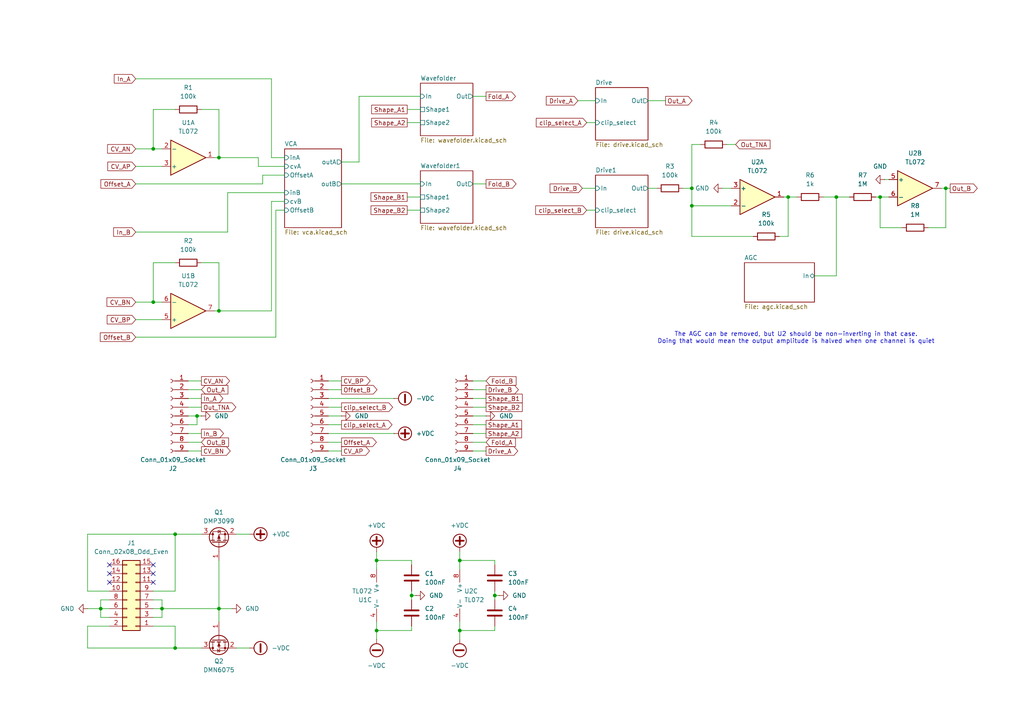
<source format=kicad_sch>
(kicad_sch (version 20250114) (generator "eeschema") (generator_version "9.0")
  (paper "A4")
  (title_block (title "ACID VCA CORE") (date "2025-05-18") (rev "1.1"))
  (lib_symbols
    (symbol "Amplifier_Operational:TL072" (pin_names (offset 0.127))
      (property "Reference" "U" (at 0 5.08 0))
      (property "Value" "TL072" (at 0 -5.08 0))
      (symbol "TL072_1_1"
        (polyline (pts (xy -5.08 5.08) (xy 5.08 0) (xy -5.08 -5.08) (xy -5.08 5.08)) (stroke (width 0.254)) (fill (type background)))
        (pin input line (at -7.62 2.54 0) (length 2.54) (name "+") (number "3"))
        (pin input line (at -7.62 -2.54 0) (length 2.54) (name "-") (number "2"))
        (pin output line (at 7.62 0 180) (length 2.54) (name "~") (number "1"))
      )
      (symbol "TL072_2_1"
        (polyline (pts (xy -5.08 5.08) (xy 5.08 0) (xy -5.08 -5.08) (xy -5.08 5.08)) (stroke (width 0.254)) (fill (type background)))
        (pin input line (at -7.62 2.54 0) (length 2.54) (name "+") (number "5"))
        (pin input line (at -7.62 -2.54 0) (length 2.54) (name "-") (number "6"))
        (pin output line (at 7.62 0 180) (length 2.54) (name "~") (number "7"))
      )
      (symbol "TL072_3_1"
        (pin power_in line (at -2.54 7.62 270) (length 3.81) (name "V+") (number "8"))
        (pin power_in line (at -2.54 -7.62 90) (length 3.81) (name "V-") (number "4"))
      )
    )
    (symbol "Connector:Conn_01x09_Socket" (pin_names (offset 1.016) (hide yes))
      (property "Reference" "J" (at 0 12.7 0))
      (property "Value" "Conn_01x09_Socket" (at 0 -12.7 0))
      (symbol "Conn_01x09_Socket_1_1"
        (polyline (pts (xy -1.27 10.16) (xy -0.508 10.16)) (stroke (width 0.1524)))
        (polyline (pts (xy -1.27 7.62) (xy -0.508 7.62)) (stroke (width 0.1524)))
        (polyline (pts (xy -1.27 5.08) (xy -0.508 5.08)) (stroke (width 0.1524)))
        (polyline (pts (xy -1.27 2.54) (xy -0.508 2.54)) (stroke (width 0.1524)))
        (polyline (pts (xy -1.27 0) (xy -0.508 0)) (stroke (width 0.1524)))
        (polyline (pts (xy -1.27 -2.54) (xy -0.508 -2.54)) (stroke (width 0.1524)))
        (polyline (pts (xy -1.27 -5.08) (xy -0.508 -5.08)) (stroke (width 0.1524)))
        (polyline (pts (xy -1.27 -7.62) (xy -0.508 -7.62)) (stroke (width 0.1524)))
        (polyline (pts (xy -1.27 -10.16) (xy -0.508 -10.16)) (stroke (width 0.1524)))
        (arc (start 0 9.652) (mid -0.5058 10.16) (end 0 10.668) (stroke (width 0.1524)))
        (arc (start 0 7.112) (mid -0.5058 7.62) (end 0 8.128) (stroke (width 0.1524)))
        (arc (start 0 4.572) (mid -0.5058 5.08) (end 0 5.588) (stroke (width 0.1524)))
        (arc (start 0 2.032) (mid -0.5058 2.54) (end 0 3.048) (stroke (width 0.1524)))
        (arc (start 0 -0.508) (mid -0.5058 0) (end 0 0.508) (stroke (width 0.1524)))
        (arc (start 0 -3.048) (mid -0.5058 -2.54) (end 0 -2.032) (stroke (width 0.1524)))
        (arc (start 0 -5.588) (mid -0.5058 -5.08) (end 0 -4.572) (stroke (width 0.1524)))
        (arc (start 0 -8.128) (mid -0.5058 -7.62) (end 0 -7.112) (stroke (width 0.1524)))
        (arc (start 0 -10.668) (mid -0.5058 -10.16) (end 0 -9.652) (stroke (width 0.1524)))
        (pin passive line (at -5.08 10.16 0) (length 3.81) (name "Pin_1") (number "1"))
        (pin passive line (at -5.08 7.62 0) (length 3.81) (name "Pin_2") (number "2"))
        (pin passive line (at -5.08 5.08 0) (length 3.81) (name "Pin_3") (number "3"))
        (pin passive line (at -5.08 2.54 0) (length 3.81) (name "Pin_4") (number "4"))
        (pin passive line (at -5.08 0 0) (length 3.81) (name "Pin_5") (number "5"))
        (pin passive line (at -5.08 -2.54 0) (length 3.81) (name "Pin_6") (number "6"))
        (pin passive line (at -5.08 -5.08 0) (length 3.81) (name "Pin_7") (number "7"))
        (pin passive line (at -5.08 -7.62 0) (length 3.81) (name "Pin_8") (number "8"))
        (pin passive line (at -5.08 -10.16 0) (length 3.81) (name "Pin_9") (number "9"))
      )
    )
    (symbol "Connector_Generic:Conn_02x08_Odd_Even" (pin_names (offset 1.016) (hide yes))
      (property "Reference" "J" (at 1.27 10.16 0))
      (property "Value" "Conn_02x08_Odd_Even" (at 1.27 -12.7 0))
      (symbol "Conn_02x08_Odd_Even_1_1"
        (rectangle (start -1.27 8.89) (end 3.81 -11.43) (stroke (width 0.254)) (fill (type background)))
        (rectangle (start -1.27 7.747) (end 0 7.493) (stroke (width 0.1524)))
        (rectangle (start -1.27 5.207) (end 0 4.953) (stroke (width 0.1524)))
        (rectangle (start -1.27 2.667) (end 0 2.413) (stroke (width 0.1524)))
        (rectangle (start -1.27 0.127) (end 0 -0.127) (stroke (width 0.1524)))
        (rectangle (start -1.27 -2.413) (end 0 -2.667) (stroke (width 0.1524)))
        (rectangle (start -1.27 -4.953) (end 0 -5.207) (stroke (width 0.1524)))
        (rectangle (start -1.27 -7.493) (end 0 -7.747) (stroke (width 0.1524)))
        (rectangle (start -1.27 -10.033) (end 0 -10.287) (stroke (width 0.1524)))
        (rectangle (start 3.81 7.747) (end 2.54 7.493) (stroke (width 0.1524)))
        (rectangle (start 3.81 5.207) (end 2.54 4.953) (stroke (width 0.1524)))
        (rectangle (start 3.81 2.667) (end 2.54 2.413) (stroke (width 0.1524)))
        (rectangle (start 3.81 0.127) (end 2.54 -0.127) (stroke (width 0.1524)))
        (rectangle (start 3.81 -2.413) (end 2.54 -2.667) (stroke (width 0.1524)))
        (rectangle (start 3.81 -4.953) (end 2.54 -5.207) (stroke (width 0.1524)))
        (rectangle (start 3.81 -7.493) (end 2.54 -7.747) (stroke (width 0.1524)))
        (rectangle (start 3.81 -10.033) (end 2.54 -10.287) (stroke (width 0.1524)))
        (pin passive line (at -5.08 7.62 0) (length 3.81) (name "Pin_1") (number "1"))
        (pin passive line (at -5.08 5.08 0) (length 3.81) (name "Pin_3") (number "3"))
        (pin passive line (at -5.08 2.54 0) (length 3.81) (name "Pin_5") (number "5"))
        (pin passive line (at -5.08 0 0) (length 3.81) (name "Pin_7") (number "7"))
        (pin passive line (at -5.08 -2.54 0) (length 3.81) (name "Pin_9") (number "9"))
        (pin passive line (at -5.08 -5.08 0) (length 3.81) (name "Pin_11") (number "11"))
        (pin passive line (at -5.08 -7.62 0) (length 3.81) (name "Pin_13") (number "13"))
        (pin passive line (at -5.08 -10.16 0) (length 3.81) (name "Pin_15") (number "15"))
        (pin passive line (at 7.62 7.62 180) (length 3.81) (name "Pin_2") (number "2"))
        (pin passive line (at 7.62 5.08 180) (length 3.81) (name "Pin_4") (number "4"))
        (pin passive line (at 7.62 2.54 180) (length 3.81) (name "Pin_6") (number "6"))
        (pin passive line (at 7.62 0 180) (length 3.81) (name "Pin_8") (number "8"))
        (pin passive line (at 7.62 -2.54 180) (length 3.81) (name "Pin_10") (number "10"))
        (pin passive line (at 7.62 -5.08 180) (length 3.81) (name "Pin_12") (number "12"))
        (pin passive line (at 7.62 -7.62 180) (length 3.81) (name "Pin_14") (number "14"))
        (pin passive line (at 7.62 -10.16 180) (length 3.81) (name "Pin_16") (number "16"))
      )
    )
    (symbol "Device:C" (pin_numbers (hide yes)) (pin_names (offset 0.254))
      (property "Reference" "C" (at 0.635 2.54 0))
      (property "Value" "C" (at 0.635 -2.54 0))
      (symbol "C_0_1"
        (polyline (pts (xy -2.032 0.762) (xy 2.032 0.762)) (stroke (width 0.508)))
        (polyline (pts (xy -2.032 -0.762) (xy 2.032 -0.762)) (stroke (width 0.508)))
      )
      (symbol "C_1_1"
        (pin passive line (at 0 3.81 270) (length 2.794) (name "~") (number "1"))
        (pin passive line (at 0 -3.81 90) (length 2.794) (name "~") (number "2"))
      )
    )
    (symbol "Device:Q_NMOS_GSD" (pin_names (offset 0) (hide yes))
      (property "Reference" "Q" (at 5.08 1.27 0))
      (property "Value" "Q_NMOS_GSD" (at 5.08 -1.27 0))
      (symbol "Q_NMOS_GSD_0_1"
        (polyline (pts (xy 0.254 1.905) (xy 0.254 -1.905)) (stroke (width 0.254)))
        (polyline (pts (xy 0.254 0) (xy -2.54 0)))
        (polyline (pts (xy 0.762 2.286) (xy 0.762 1.27)) (stroke (width 0.254)))
        (polyline (pts (xy 0.762 0.508) (xy 0.762 -0.508)) (stroke (width 0.254)))
        (polyline (pts (xy 0.762 -1.27) (xy 0.762 -2.286)) (stroke (width 0.254)))
        (polyline (pts (xy 0.762 -1.778) (xy 3.302 -1.778) (xy 3.302 1.778) (xy 0.762 1.778)))
        (polyline (pts (xy 1.016 0) (xy 2.032 0.381) (xy 2.032 -0.381) (xy 1.016 0)) (fill (type outline)))
        (circle (center 1.651 0) (radius 2.794) (stroke (width 0.254)))
        (polyline (pts (xy 2.54 2.54) (xy 2.54 1.778)))
        (circle (center 2.54 1.778) (radius 0.254) (fill (type outline)))
        (circle (center 2.54 -1.778) (radius 0.254) (fill (type outline)))
        (polyline (pts (xy 2.54 -2.54) (xy 2.54 0) (xy 0.762 0)))
        (polyline (pts (xy 2.794 0.508) (xy 2.921 0.381) (xy 3.683 0.381) (xy 3.81 0.254)))
        (polyline (pts (xy 3.302 0.381) (xy 2.921 -0.254) (xy 3.683 -0.254) (xy 3.302 0.381)))
      )
      (symbol "Q_NMOS_GSD_1_1"
        (pin input line (at -5.08 0 0) (length 2.54) (name "G") (number "1"))
        (pin passive line (at 2.54 5.08 270) (length 2.54) (name "D") (number "3"))
        (pin passive line (at 2.54 -5.08 90) (length 2.54) (name "S") (number "2"))
      )
    )
    (symbol "Device:Q_PMOS_GSD" (pin_names (offset 0) (hide yes))
      (property "Reference" "Q" (at 5.08 1.27 0))
      (property "Value" "Q_PMOS_GSD" (at 5.08 -1.27 0))
      (symbol "Q_PMOS_GSD_0_1"
        (polyline (pts (xy 0.254 1.905) (xy 0.254 -1.905)) (stroke (width 0.254)))
        (polyline (pts (xy 0.254 0) (xy -2.54 0)))
        (polyline (pts (xy 0.762 2.286) (xy 0.762 1.27)) (stroke (width 0.254)))
        (polyline (pts (xy 0.762 1.778) (xy 3.302 1.778) (xy 3.302 -1.778) (xy 0.762 -1.778)))
        (polyline (pts (xy 0.762 0.508) (xy 0.762 -0.508)) (stroke (width 0.254)))
        (polyline (pts (xy 0.762 -1.27) (xy 0.762 -2.286)) (stroke (width 0.254)))
        (circle (center 1.651 0) (radius 2.794) (stroke (width 0.254)))
        (polyline (pts (xy 2.286 0) (xy 1.27 0.381) (xy 1.27 -0.381) (xy 2.286 0)) (fill (type outline)))
        (polyline (pts (xy 2.54 2.54) (xy 2.54 1.778)))
        (circle (center 2.54 1.778) (radius 0.254) (fill (type outline)))
        (circle (center 2.54 -1.778) (radius 0.254) (fill (type outline)))
        (polyline (pts (xy 2.54 -2.54) (xy 2.54 0) (xy 0.762 0)))
        (polyline (pts (xy 2.794 -0.508) (xy 2.921 -0.381) (xy 3.683 -0.381) (xy 3.81 -0.254)))
        (polyline (pts (xy 3.302 -0.381) (xy 2.921 0.254) (xy 3.683 0.254) (xy 3.302 -0.381)))
      )
      (symbol "Q_PMOS_GSD_1_1"
        (pin input line (at -5.08 0 0) (length 2.54) (name "G") (number "1"))
        (pin passive line (at 2.54 5.08 270) (length 2.54) (name "D") (number "3"))
        (pin passive line (at 2.54 -5.08 90) (length 2.54) (name "S") (number "2"))
      )
    )
    (symbol "Device:R" (pin_numbers (hide yes)) (pin_names (offset 0))
      (property "Reference" "R" (at 2.032 0 90))
      (property "Value" "R" (at 0 0 90))
      (symbol "R_0_1"
        (rectangle (start -1.016 -2.54) (end 1.016 2.54) (stroke (width 0.254)))
      )
      (symbol "R_1_1"
        (pin passive line (at 0 3.81 270) (length 1.27) (name "~") (number "1"))
        (pin passive line (at 0 -3.81 90) (length 1.27) (name "~") (number "2"))
      )
    )
    (symbol "power:+VDC" (power) (pin_numbers (hide yes)) (pin_names (offset 0) (hide yes))
      (property "Value" "+VDC" (at 0 6.35 0))
      (symbol "+VDC_0_1"
        (polyline (pts (xy -1.143 3.175) (xy 1.143 3.175)) (stroke (width 0.508)))
        (circle (center 0 3.175) (radius 1.905) (stroke (width 0.254)))
        (polyline (pts (xy 0 2.032) (xy 0 4.318)) (stroke (width 0.508)))
        (polyline (pts (xy 0 0) (xy 0 1.27)))
      )
      (symbol "+VDC_1_1"
        (pin power_in line (at 0 0 90) (length 0) (name "~") (number "1"))
      )
    )
    (symbol "power:-VDC" (power) (pin_numbers (hide yes)) (pin_names (offset 0) (hide yes))
      (property "Value" "-VDC" (at 0 6.35 0))
      (symbol "-VDC_0_1"
        (polyline (pts (xy -1.143 3.175) (xy 1.143 3.175)) (stroke (width 0.508)))
        (circle (center 0 3.175) (radius 1.905) (stroke (width 0.254)))
        (polyline (pts (xy 0 0) (xy 0 1.27)))
      )
      (symbol "-VDC_1_1"
        (pin power_in line (at 0 0 90) (length 0) (name "~") (number "1"))
      )
    )
    (symbol "power:GND" (power) (pin_numbers (hide yes)) (pin_names (offset 0) (hide yes))
      (property "Value" "GND" (at 0 -3.81 0))
      (symbol "GND_0_1"
        (polyline (pts (xy 0 0) (xy 0 -1.27) (xy 1.27 -1.27) (xy 0 -2.54) (xy -1.27 -1.27) (xy 0 -1.27)))
      )
      (symbol "GND_1_1"
        (pin power_in line (at 0 0 270) (length 0) (name "~") (number "1"))
      )
    )
  )
  (text "The AGC can be removed, but U2 should be non-inverting in that case.\nDoing that would mean the output amplitude is halved when one channel is quiet" (at 230.886 98.044 0) (effects (font (size 1.27 1.27))))
  (junction (at 44.45 43.18))
  (junction (at 50.8 187.96))
  (junction (at 133.35 182.88))
  (junction (at 133.35 162.56))
  (junction (at 57.15 120.65))
  (junction (at 46.99 176.53))
  (junction (at 143.51 172.72))
  (junction (at 119.38 172.72))
  (junction (at 44.45 87.63))
  (junction (at 109.22 162.56))
  (junction (at 242.57 57.15))
  (junction (at 274.32 54.61))
  (junction (at 228.6 57.15))
  (junction (at 200.66 54.61))
  (junction (at 200.66 59.69))
  (junction (at 63.5 176.53))
  (junction (at 63.5 45.72))
  (junction (at 255.27 57.15))
  (junction (at 63.5 90.17))
  (junction (at 109.22 182.88))
  (junction (at 50.8 154.94))
  (junction (at 29.21 176.53))
  (no_connect (at 44.45 163.83))
  (no_connect (at 44.45 168.91))
  (no_connect (at 31.75 163.83))
  (no_connect (at 44.45 166.37))
  (no_connect (at 31.75 166.37))
  (no_connect (at 31.75 168.91))
  (wire (pts (xy 39.37 43.18) (xy 44.45 43.18)))
  (wire (pts (xy 274.32 54.61) (xy 275.59 54.61)))
  (wire (pts (xy 242.57 80.01) (xy 242.57 57.15)))
  (wire (pts (xy 119.38 163.83) (xy 119.38 162.56)))
  (wire (pts (xy 137.16 120.65) (xy 140.97 120.65)))
  (wire (pts (xy 63.5 176.53) (xy 67.31 176.53)))
  (wire (pts (xy 200.66 59.69) (xy 212.09 59.69)))
  (wire (pts (xy 137.16 125.73) (xy 140.97 125.73)))
  (wire (pts (xy 228.6 57.15) (xy 228.6 68.58)))
  (wire (pts (xy 50.8 31.75) (xy 44.45 31.75)))
  (wire (pts (xy 137.16 113.03) (xy 140.97 113.03)))
  (wire (pts (xy 133.35 182.88) (xy 133.35 185.42)))
  (wire (pts (xy 44.45 76.2) (xy 44.45 87.63)))
  (wire (pts (xy 54.61 123.19) (xy 57.15 123.19)))
  (wire (pts (xy 44.45 179.07) (xy 46.99 179.07)))
  (wire (pts (xy 137.16 128.27) (xy 140.97 128.27)))
  (wire (pts (xy 238.76 57.15) (xy 242.57 57.15)))
  (wire (pts (xy 95.25 123.19) (xy 99.06 123.19)))
  (wire (pts (xy 44.45 173.99) (xy 46.99 173.99)))
  (wire (pts (xy 210.82 41.91) (xy 213.36 41.91)))
  (wire (pts (xy 44.45 176.53) (xy 46.99 176.53)))
  (wire (pts (xy 95.25 110.49) (xy 99.06 110.49)))
  (wire (pts (xy 198.12 54.61) (xy 200.66 54.61)))
  (wire (pts (xy 187.96 54.61) (xy 190.5 54.61)))
  (wire (pts (xy 39.37 53.34) (xy 76.2 53.34)))
  (wire (pts (xy 54.61 125.73) (xy 58.42 125.73)))
  (wire (pts (xy 46.99 179.07) (xy 46.99 176.53)))
  (wire (pts (xy 66.04 55.88) (xy 82.55 55.88)))
  (wire (pts (xy 63.5 176.53) (xy 63.5 180.34)))
  (wire (pts (xy 137.16 115.57) (xy 140.97 115.57)))
  (wire (pts (xy 200.66 59.69) (xy 200.66 68.58)))
  (wire (pts (xy 63.5 90.17) (xy 63.5 76.2)))
  (wire (pts (xy 133.35 180.34) (xy 133.35 182.88)))
  (wire (pts (xy 44.45 43.18) (xy 46.99 43.18)))
  (wire (pts (xy 50.8 181.61) (xy 44.45 181.61)))
  (wire (pts (xy 54.61 118.11) (xy 58.42 118.11)))
  (wire (pts (xy 209.55 54.61) (xy 212.09 54.61)))
  (wire (pts (xy 228.6 57.15) (xy 231.14 57.15)))
  (wire (pts (xy 144.78 172.72) (xy 143.51 172.72)))
  (wire (pts (xy 95.25 125.73) (xy 114.3 125.73)))
  (wire (pts (xy 50.8 171.45) (xy 44.45 171.45)))
  (wire (pts (xy 39.37 67.31) (xy 66.04 67.31)))
  (wire (pts (xy 62.23 45.72) (xy 63.5 45.72)))
  (wire (pts (xy 29.21 173.99) (xy 29.21 176.53)))
  (wire (pts (xy 50.8 187.96) (xy 50.8 181.61)))
  (wire (pts (xy 118.11 31.75) (xy 121.92 31.75)))
  (wire (pts (xy 57.15 120.65) (xy 58.42 120.65)))
  (wire (pts (xy 137.16 110.49) (xy 140.97 110.49)))
  (wire (pts (xy 200.66 59.69) (xy 200.66 54.61)))
  (wire (pts (xy 133.35 160.02) (xy 133.35 162.56)))
  (wire (pts (xy 137.16 123.19) (xy 140.97 123.19)))
  (wire (pts (xy 119.38 172.72) (xy 119.38 173.99)))
  (wire (pts (xy 39.37 97.79) (xy 80.01 97.79)))
  (wire (pts (xy 137.16 27.94) (xy 140.97 27.94)))
  (wire (pts (xy 50.8 154.94) (xy 50.8 171.45)))
  (wire (pts (xy 95.25 115.57) (xy 114.3 115.57)))
  (wire (pts (xy 95.25 113.03) (xy 99.06 113.03)))
  (wire (pts (xy 95.25 130.81) (xy 99.06 130.81)))
  (wire (pts (xy 25.4 154.94) (xy 50.8 154.94)))
  (wire (pts (xy 143.51 181.61) (xy 143.51 182.88)))
  (wire (pts (xy 109.22 160.02) (xy 109.22 162.56)))
  (wire (pts (xy 228.6 57.15) (xy 227.33 57.15)))
  (wire (pts (xy 133.35 182.88) (xy 143.51 182.88)))
  (wire (pts (xy 137.16 118.11) (xy 140.97 118.11)))
  (wire (pts (xy 76.2 53.34) (xy 76.2 50.8)))
  (wire (pts (xy 29.21 176.53) (xy 31.75 176.53)))
  (wire (pts (xy 39.37 92.71) (xy 46.99 92.71)))
  (wire (pts (xy 109.22 162.56) (xy 119.38 162.56)))
  (wire (pts (xy 62.23 90.17) (xy 63.5 90.17)))
  (wire (pts (xy 57.15 123.19) (xy 57.15 120.65)))
  (wire (pts (xy 274.32 66.04) (xy 274.32 54.61)))
  (wire (pts (xy 44.45 87.63) (xy 46.99 87.63)))
  (wire (pts (xy 118.11 57.15) (xy 121.92 57.15)))
  (wire (pts (xy 31.75 181.61) (xy 25.4 181.61)))
  (wire (pts (xy 200.66 41.91) (xy 203.2 41.91)))
  (wire (pts (xy 95.25 128.27) (xy 99.06 128.27)))
  (wire (pts (xy 80.01 97.79) (xy 80.01 60.96)))
  (wire (pts (xy 170.18 35.56) (xy 172.72 35.56)))
  (wire (pts (xy 39.37 87.63) (xy 44.45 87.63)))
  (wire (pts (xy 78.74 90.17) (xy 63.5 90.17)))
  (wire (pts (xy 104.14 46.99) (xy 99.06 46.99)))
  (wire (pts (xy 236.22 80.01) (xy 242.57 80.01)))
  (wire (pts (xy 54.61 113.03) (xy 58.42 113.03)))
  (wire (pts (xy 254 57.15) (xy 255.27 57.15)))
  (wire (pts (xy 170.18 60.96) (xy 172.72 60.96)))
  (wire (pts (xy 46.99 173.99) (xy 46.99 176.53)))
  (wire (pts (xy 118.11 60.96) (xy 121.92 60.96)))
  (wire (pts (xy 25.4 181.61) (xy 25.4 187.96)))
  (wire (pts (xy 82.55 48.26) (xy 74.93 48.26)))
  (wire (pts (xy 39.37 22.86) (xy 78.74 22.86)))
  (wire (pts (xy 29.21 179.07) (xy 29.21 176.53)))
  (wire (pts (xy 242.57 57.15) (xy 246.38 57.15)))
  (wire (pts (xy 74.93 45.72) (xy 63.5 45.72)))
  (wire (pts (xy 118.11 35.56) (xy 121.92 35.56)))
  (wire (pts (xy 109.22 162.56) (xy 109.22 165.1)))
  (wire (pts (xy 78.74 58.42) (xy 78.74 90.17)))
  (wire (pts (xy 137.16 53.34) (xy 140.97 53.34)))
  (wire (pts (xy 31.75 171.45) (xy 25.4 171.45)))
  (wire (pts (xy 119.38 172.72) (xy 119.38 171.45)))
  (wire (pts (xy 95.25 118.11) (xy 99.06 118.11)))
  (wire (pts (xy 78.74 45.72) (xy 82.55 45.72)))
  (wire (pts (xy 256.54 52.07) (xy 257.81 52.07)))
  (wire (pts (xy 74.93 45.72) (xy 74.93 48.26)))
  (wire (pts (xy 143.51 163.83) (xy 143.51 162.56)))
  (wire (pts (xy 120.65 172.72) (xy 119.38 172.72)))
  (wire (pts (xy 133.35 162.56) (xy 133.35 165.1)))
  (wire (pts (xy 31.75 179.07) (xy 29.21 179.07)))
  (wire (pts (xy 63.5 162.56) (xy 63.5 176.53)))
  (wire (pts (xy 269.24 66.04) (xy 274.32 66.04)))
  (wire (pts (xy 273.05 54.61) (xy 274.32 54.61)))
  (wire (pts (xy 226.06 68.58) (xy 228.6 68.58)))
  (wire (pts (xy 25.4 176.53) (xy 29.21 176.53)))
  (wire (pts (xy 109.22 180.34) (xy 109.22 182.88)))
  (wire (pts (xy 25.4 187.96) (xy 50.8 187.96)))
  (wire (pts (xy 54.61 115.57) (xy 58.42 115.57)))
  (wire (pts (xy 66.04 67.31) (xy 66.04 55.88)))
  (wire (pts (xy 104.14 27.94) (xy 104.14 46.99)))
  (wire (pts (xy 78.74 22.86) (xy 78.74 45.72)))
  (wire (pts (xy 119.38 181.61) (xy 119.38 182.88)))
  (wire (pts (xy 218.44 68.58) (xy 200.66 68.58)))
  (wire (pts (xy 44.45 31.75) (xy 44.45 43.18)))
  (wire (pts (xy 167.64 29.21) (xy 172.72 29.21)))
  (wire (pts (xy 63.5 31.75) (xy 58.42 31.75)))
  (wire (pts (xy 168.91 54.61) (xy 172.72 54.61)))
  (wire (pts (xy 50.8 76.2) (xy 44.45 76.2)))
  (wire (pts (xy 104.14 27.94) (xy 121.92 27.94)))
  (wire (pts (xy 109.22 182.88) (xy 109.22 185.42)))
  (wire (pts (xy 46.99 176.53) (xy 63.5 176.53)))
  (wire (pts (xy 82.55 58.42) (xy 78.74 58.42)))
  (wire (pts (xy 68.58 187.96) (xy 72.39 187.96)))
  (wire (pts (xy 54.61 128.27) (xy 58.42 128.27)))
  (wire (pts (xy 50.8 187.96) (xy 58.42 187.96)))
  (wire (pts (xy 255.27 57.15) (xy 255.27 66.04)))
  (wire (pts (xy 39.37 48.26) (xy 46.99 48.26)))
  (wire (pts (xy 80.01 60.96) (xy 82.55 60.96)))
  (wire (pts (xy 99.06 53.34) (xy 121.92 53.34)))
  (wire (pts (xy 133.35 162.56) (xy 143.51 162.56)))
  (wire (pts (xy 25.4 171.45) (xy 25.4 154.94)))
  (wire (pts (xy 54.61 130.81) (xy 58.42 130.81)))
  (wire (pts (xy 255.27 66.04) (xy 261.62 66.04)))
  (wire (pts (xy 137.16 130.81) (xy 140.97 130.81)))
  (wire (pts (xy 255.27 57.15) (xy 257.81 57.15)))
  (wire (pts (xy 54.61 120.65) (xy 57.15 120.65)))
  (wire (pts (xy 68.58 154.94) (xy 72.39 154.94)))
  (wire (pts (xy 95.25 120.65) (xy 99.06 120.65)))
  (wire (pts (xy 63.5 45.72) (xy 63.5 31.75)))
  (wire (pts (xy 76.2 50.8) (xy 82.55 50.8)))
  (wire (pts (xy 63.5 76.2) (xy 58.42 76.2)))
  (wire (pts (xy 143.51 172.72) (xy 143.51 173.99)))
  (wire (pts (xy 31.75 173.99) (xy 29.21 173.99)))
  (wire (pts (xy 54.61 110.49) (xy 58.42 110.49)))
  (wire (pts (xy 143.51 172.72) (xy 143.51 171.45)))
  (wire (pts (xy 109.22 182.88) (xy 119.38 182.88)))
  (wire (pts (xy 50.8 154.94) (xy 58.42 154.94)))
  (wire (pts (xy 187.96 29.21) (xy 193.04 29.21)))
  (wire (pts (xy 200.66 41.91) (xy 200.66 54.61)))
  (global_label "Offset_B" (shape output) (at 99.06 113.03 0) (property "Intersheetrefs" "${INTERSHEET_REFS}" (effects (hide yes))))
  (global_label "clip_select_B" (shape input) (at 170.18 60.96 180) (property "Intersheetrefs" "${INTERSHEET_REFS}" (effects (hide yes))))
  (global_label "Drive_B" (shape input) (at 168.91 54.61 180) (property "Intersheetrefs" "${INTERSHEET_REFS}" (effects (hide yes))))
  (global_label "Fold_A" (shape input) (at 140.97 128.27 0) (property "Intersheetrefs" "${INTERSHEET_REFS}" (effects (hide yes))))
  (global_label "clip_select_A" (shape output) (at 99.06 123.19 0) (property "Intersheetrefs" "${INTERSHEET_REFS}" (effects (hide yes))))
  (global_label "Out_A" (shape input) (at 58.42 113.03 0) (property "Intersheetrefs" "${INTERSHEET_REFS}" (effects (hide yes))))
  (global_label "Out_B" (shape output) (at 275.59 54.61 0) (property "Intersheetrefs" "${INTERSHEET_REFS}" (effects (hide yes))))
  (global_label "clip_select_B" (shape output) (at 99.06 118.11 0) (property "Intersheetrefs" "${INTERSHEET_REFS}" (effects (hide yes))))
  (global_label "Shape_B2" (shape passive) (at 118.11 60.96 180) (property "Intersheetrefs" "${INTERSHEET_REFS}" (effects (hide yes))))
  (global_label "In_A" (shape output) (at 58.42 115.57 0) (property "Intersheetrefs" "${INTERSHEET_REFS}" (effects (hide yes))))
  (global_label "Offset_B" (shape input) (at 39.37 97.79 180) (property "Intersheetrefs" "${INTERSHEET_REFS}" (effects (hide yes))))
  (global_label "Offset_A" (shape output) (at 99.06 128.27 0) (property "Intersheetrefs" "${INTERSHEET_REFS}" (effects (hide yes))))
  (global_label "Shape_A2" (shape passive) (at 140.97 125.73 0) (property "Intersheetrefs" "${INTERSHEET_REFS}" (effects (hide yes))))
  (global_label "Shape_A1" (shape passive) (at 140.97 123.19 0) (property "Intersheetrefs" "${INTERSHEET_REFS}" (effects (hide yes))))
  (global_label "CV_AN" (shape input) (at 39.37 43.18 180) (property "Intersheetrefs" "${INTERSHEET_REFS}" (effects (hide yes))))
  (global_label "In_B" (shape output) (at 58.42 125.73 0) (property "Intersheetrefs" "${INTERSHEET_REFS}" (effects (hide yes))))
  (global_label "clip_select_A" (shape input) (at 170.18 35.56 180) (property "Intersheetrefs" "${INTERSHEET_REFS}" (effects (hide yes))))
  (global_label "Out_TNA" (shape input) (at 213.36 41.91 0) (property "Intersheetrefs" "${INTERSHEET_REFS}" (effects (hide yes))))
  (global_label "Out_A" (shape output) (at 193.04 29.21 0) (property "Intersheetrefs" "${INTERSHEET_REFS}" (effects (hide yes))))
  (global_label "Drive_A" (shape input) (at 167.64 29.21 180) (property "Intersheetrefs" "${INTERSHEET_REFS}" (effects (hide yes))))
  (global_label "Out_B" (shape input) (at 58.42 128.27 0) (property "Intersheetrefs" "${INTERSHEET_REFS}" (effects (hide yes))))
  (global_label "CV_BP" (shape output) (at 99.06 110.49 0) (property "Intersheetrefs" "${INTERSHEET_REFS}" (effects (hide yes))))
  (global_label "CV_BP" (shape input) (at 39.37 92.71 180) (property "Intersheetrefs" "${INTERSHEET_REFS}" (effects (hide yes))))
  (global_label "In_B" (shape input) (at 39.37 67.31 180) (property "Intersheetrefs" "${INTERSHEET_REFS}" (effects (hide yes))))
  (global_label "Offset_A" (shape input) (at 39.37 53.34 180) (property "Intersheetrefs" "${INTERSHEET_REFS}" (effects (hide yes))))
  (global_label "Shape_B1" (shape passive) (at 140.97 115.57 0) (property "Intersheetrefs" "${INTERSHEET_REFS}" (effects (hide yes))))
  (global_label "Shape_B2" (shape passive) (at 140.97 118.11 0) (property "Intersheetrefs" "${INTERSHEET_REFS}" (effects (hide yes))))
  (global_label "Fold_A" (shape output) (at 140.97 27.94 0) (property "Intersheetrefs" "${INTERSHEET_REFS}" (effects (hide yes))))
  (global_label "Shape_A2" (shape passive) (at 118.11 35.56 180) (property "Intersheetrefs" "${INTERSHEET_REFS}" (effects (hide yes))))
  (global_label "CV_AP" (shape output) (at 99.06 130.81 0) (property "Intersheetrefs" "${INTERSHEET_REFS}" (effects (hide yes))))
  (global_label "In_A" (shape input) (at 39.37 22.86 180) (property "Intersheetrefs" "${INTERSHEET_REFS}" (effects (hide yes))))
  (global_label "Fold_B" (shape output) (at 140.97 53.34 0) (property "Intersheetrefs" "${INTERSHEET_REFS}" (effects (hide yes))))
  (global_label "Drive_B" (shape output) (at 140.97 113.03 0) (property "Intersheetrefs" "${INTERSHEET_REFS}" (effects (hide yes))))
  (global_label "CV_BN" (shape output) (at 58.42 130.81 0) (property "Intersheetrefs" "${INTERSHEET_REFS}" (effects (hide yes))))
  (global_label "Out_TNA" (shape output) (at 58.42 118.11 0) (property "Intersheetrefs" "${INTERSHEET_REFS}" (effects (hide yes))))
  (global_label "Shape_A1" (shape passive) (at 118.11 31.75 180) (property "Intersheetrefs" "${INTERSHEET_REFS}" (effects (hide yes))))
  (global_label "CV_AP" (shape input) (at 39.37 48.26 180) (property "Intersheetrefs" "${INTERSHEET_REFS}" (effects (hide yes))))
  (global_label "Fold_B" (shape input) (at 140.97 110.49 0) (property "Intersheetrefs" "${INTERSHEET_REFS}" (effects (hide yes))))
  (global_label "CV_AN" (shape output) (at 58.42 110.49 0) (property "Intersheetrefs" "${INTERSHEET_REFS}" (effects (hide yes))))
  (global_label "Shape_B1" (shape passive) (at 118.11 57.15 180) (property "Intersheetrefs" "${INTERSHEET_REFS}" (effects (hide yes))))
  (global_label "Drive_A" (shape output) (at 140.97 130.81 0) (property "Intersheetrefs" "${INTERSHEET_REFS}" (effects (hide yes))))
  (global_label "CV_BN" (shape input) (at 39.37 87.63 180) (property "Intersheetrefs" "${INTERSHEET_REFS}" (effects (hide yes))))
  (symbol (lib_id "power:-VDC") (at 109.22 185.42 180) (unit 1)
    (property "Reference" "#PWR08" (effects (hide yes)))
    (property "Value" "-VDC" (at 109.22 193.04 0))
    (property "Description" "Power symbol creates a global label with name \"-VDC\"" (effects (hide yes)))
  )
  (symbol (lib_id "Connector_Generic:Conn_02x08_Odd_Even") (at 39.37 173.99 180) (unit 1)
    (property "Reference" "J1" (at 38.1 157.48 0))
    (property "Value" "Conn_02x08_Odd_Even" (at 38.1 160.02 0))
    (property "Footprint" "Custom:Header_2x8_Shrouded_SMD" (effects (hide yes)))
    (property "Description" "Generic connector, double row, 02x08, odd/even pin numbering scheme (row 1 odd numbers, row 2 even numbers), script generated (kicad-library-utils/schlib/autogen/connector/)" (effects (hide yes)))
  )
  (symbol (lib_id "power:+VDC") (at 114.3 125.73 270) (unit 1)
    (property "Reference" "#PWR010" (effects (hide yes)))
    (property "Value" "+VDC" (at 120.65 125.7299 90) (effects (justify left)))
    (property "Description" "Power symbol creates a global label with name \"+VDC\"" (effects (hide yes)))
  )
  (symbol (lib_id "Device:Q_NMOS_GSD") (at 63.5 185.42 90) (mirror x) (unit 1)
    (property "Reference" "Q2" (at 63.5 191.77 90))
    (property "Value" "DMN6075" (at 63.5 194.31 90))
    (property "Footprint" "Package_TO_SOT_SMD:SOT-23" (effects (hide yes)))
    (property "Description" "N-MOSFET transistor, gate/source/drain" (effects (hide yes)))
  )
  (symbol (lib_id "Device:C") (at 143.51 177.8 0) (unit 1)
    (property "Reference" "C4" (at 147.32 176.5299 0) (effects (justify left)))
    (property "Value" "100nF" (at 147.32 179.0699 0) (effects (justify left)))
    (property "Footprint" "Capacitor_SMD:C_0603_1608Metric" (effects (hide yes)))
    (property "Description" "Unpolarized capacitor" (effects (hide yes)))
  )
  (symbol (lib_id "Device:R") (at 250.19 57.15 90) (unit 1)
    (property "Reference" "R7" (at 250.19 50.8 90))
    (property "Value" "1M" (at 250.19 53.34 90))
    (property "Footprint" "Resistor_SMD:R_0603_1608Metric" (effects (hide yes)))
    (property "Description" "Resistor" (effects (hide yes)))
  )
  (symbol (lib_id "power:+VDC") (at 72.39 154.94 270) (unit 1)
    (property "Reference" "#PWR04" (effects (hide yes)))
    (property "Value" "+VDC" (at 78.74 154.9399 90) (effects (justify left)))
    (property "Description" "Power symbol creates a global label with name \"+VDC\"" (effects (hide yes)))
  )
  (symbol (lib_id "Device:R") (at 265.43 66.04 90) (unit 1)
    (property "Reference" "R8" (at 265.43 59.69 90))
    (property "Value" "1M" (at 265.43 62.23 90))
    (property "Footprint" "Resistor_SMD:R_0603_1608Metric" (effects (hide yes)))
    (property "Description" "Resistor" (effects (hide yes)))
  )
  (symbol (lib_id "power:-VDC") (at 133.35 185.42 180) (unit 1)
    (property "Reference" "#PWR013" (effects (hide yes)))
    (property "Value" "-VDC" (at 133.35 193.04 0))
    (property "Description" "Power symbol creates a global label with name \"-VDC\"" (effects (hide yes)))
  )
  (symbol (lib_id "Connector:Conn_01x09_Socket") (at 90.17 120.65 0) (mirror y) (unit 1)
    (property "Reference" "J3" (at 90.805 135.89 0))
    (property "Value" "Conn_01x09_Socket" (at 90.805 133.35 0))
    (property "Footprint" "Connector_PinSocket_2.54mm:PinSocket_1x09_P2.54mm_Vertical_SMD_Pin1Left" (effects (hide yes)))
    (property "Description" "Generic connector, single row, 01x09, script generated" (effects (hide yes)))
  )
  (symbol (lib_id "Amplifier_Operational:TL072") (at 54.61 45.72 0) (mirror x) (unit 1)
    (property "Reference" "U1" (at 54.61 35.56 0))
    (property "Value" "TL072" (at 54.61 38.1 0))
    (property "Footprint" "Package_SO:SO-8_3.9x4.9mm_P1.27mm" (effects (hide yes)))
    (property "Datasheet" "http://www.ti.com/lit/ds/symlink/tl071.pdf" (effects (hide yes)))
    (property "Description" "Dual Low-Noise JFET-Input Operational Amplifiers, DIP-8/SOIC-8" (effects (hide yes)))
  )
  (symbol (lib_id "Device:R") (at 54.61 31.75 90) (unit 1)
    (property "Reference" "R1" (at 54.61 25.4 90))
    (property "Value" "100k" (at 54.61 27.94 90))
    (property "Footprint" "Resistor_SMD:R_0603_1608Metric" (effects (hide yes)))
    (property "Description" "Resistor" (effects (hide yes)))
  )
  (symbol (lib_id "power:GND") (at 256.54 52.07 270) (unit 1)
    (property "Reference" "#PWR017" (effects (hide yes)))
    (property "Value" "GND" (at 255.27 48.26 90))
    (property "Description" "Power symbol creates a global label with name \"GND\" , ground" (effects (hide yes)))
  )
  (symbol (lib_id "Device:R") (at 222.25 68.58 90) (unit 1)
    (property "Reference" "R5" (at 222.25 62.23 90))
    (property "Value" "100k" (at 222.25 64.77 90))
    (property "Footprint" "Resistor_SMD:R_0603_1608Metric" (effects (hide yes)))
    (property "Description" "Resistor" (effects (hide yes)))
  )
  (symbol (lib_id "Device:C") (at 119.38 167.64 0) (unit 1)
    (property "Reference" "C1" (at 123.19 166.3699 0) (effects (justify left)))
    (property "Value" "100nF" (at 123.19 168.9099 0) (effects (justify left)))
    (property "Footprint" "Capacitor_SMD:C_0603_1608Metric" (effects (hide yes)))
    (property "Description" "Unpolarized capacitor" (effects (hide yes)))
  )
  (symbol (lib_id "Connector:Conn_01x09_Socket") (at 49.53 120.65 0) (mirror y) (unit 1)
    (property "Reference" "J2" (at 50.165 135.89 0))
    (property "Value" "Conn_01x09_Socket" (at 50.165 133.35 0))
    (property "Footprint" "Connector_PinSocket_2.54mm:PinSocket_1x09_P2.54mm_Vertical_SMD_Pin1Left" (effects (hide yes)))
    (property "Description" "Generic connector, single row, 01x09, script generated" (effects (hide yes)))
  )
  (symbol (lib_id "Device:R") (at 234.95 57.15 90) (unit 1)
    (property "Reference" "R6" (at 234.95 50.8 90))
    (property "Value" "1k" (at 234.95 53.34 90))
    (property "Footprint" "Resistor_SMD:R_0603_1608Metric" (effects (hide yes)))
    (property "Description" "Resistor" (effects (hide yes)))
  )
  (symbol (lib_id "Amplifier_Operational:TL072") (at 54.61 90.17 0) (mirror x) (unit 2)
    (property "Reference" "U1" (at 54.61 80.01 0))
    (property "Value" "TL072" (at 54.61 82.55 0))
    (property "Footprint" "Package_SO:SO-8_3.9x4.9mm_P1.27mm" (effects (hide yes)))
    (property "Datasheet" "http://www.ti.com/lit/ds/symlink/tl071.pdf" (effects (hide yes)))
    (property "Description" "Dual Low-Noise JFET-Input Operational Amplifiers, DIP-8/SOIC-8" (effects (hide yes)))
  )
  (symbol (lib_id "Connector:Conn_01x09_Socket") (at 132.08 120.65 0) (mirror y) (unit 1)
    (property "Reference" "J4" (at 132.715 135.89 0))
    (property "Value" "Conn_01x09_Socket" (at 132.715 133.35 0))
    (property "Footprint" "Connector_PinSocket_2.54mm:PinSocket_1x09_P2.54mm_Vertical_SMD_Pin1Left" (effects (hide yes)))
    (property "Description" "Generic connector, single row, 01x09, script generated" (effects (hide yes)))
  )
  (symbol (lib_id "power:GND") (at 99.06 120.65 90) (unit 1)
    (property "Reference" "#PWR06" (effects (hide yes)))
    (property "Value" "GND" (at 102.87 120.6499 90) (effects (justify right)))
    (property "Description" "Power symbol creates a global label with name \"GND\" , ground" (effects (hide yes)))
  )
  (symbol (lib_id "Amplifier_Operational:TL072") (at 265.43 54.61 0) (unit 2)
    (property "Reference" "U2" (at 265.43 44.45 0))
    (property "Value" "TL072" (at 265.43 46.99 0))
    (property "Footprint" "Package_SO:SO-8_3.9x4.9mm_P1.27mm" (effects (hide yes)))
    (property "Datasheet" "http://www.ti.com/lit/ds/symlink/tl071.pdf" (effects (hide yes)))
    (property "Description" "Dual Low-Noise JFET-Input Operational Amplifiers, DIP-8/SOIC-8" (effects (hide yes)))
  )
  (symbol (lib_id "Amplifier_Operational:TL072") (at 219.71 57.15 0) (unit 1)
    (property "Reference" "U2" (at 219.71 46.99 0))
    (property "Value" "TL072" (at 219.71 49.53 0))
    (property "Footprint" "Package_SO:SO-8_3.9x4.9mm_P1.27mm" (effects (hide yes)))
    (property "Datasheet" "http://www.ti.com/lit/ds/symlink/tl071.pdf" (effects (hide yes)))
    (property "Description" "Dual Low-Noise JFET-Input Operational Amplifiers, DIP-8/SOIC-8" (effects (hide yes)))
  )
  (symbol (lib_id "power:GND") (at 58.42 120.65 90) (unit 1)
    (property "Reference" "#PWR02" (effects (hide yes)))
    (property "Value" "GND" (at 62.23 120.6499 90) (effects (justify right)))
    (property "Description" "Power symbol creates a global label with name \"GND\" , ground" (effects (hide yes)))
  )
  (symbol (lib_id "power:GND") (at 120.65 172.72 90) (unit 1)
    (property "Reference" "#PWR011" (effects (hide yes)))
    (property "Value" "GND" (at 124.46 172.7199 90) (effects (justify right)))
    (property "Description" "Power symbol creates a global label with name \"GND\" , ground" (effects (hide yes)))
  )
  (symbol (lib_id "Device:R") (at 207.01 41.91 90) (unit 1)
    (property "Reference" "R4" (at 207.01 35.56 90))
    (property "Value" "100k" (at 207.01 38.1 90))
    (property "Footprint" "Resistor_SMD:R_0603_1608Metric" (effects (hide yes)))
    (property "Description" "Resistor" (effects (hide yes)))
  )
  (symbol (lib_id "Device:R") (at 54.61 76.2 90) (unit 1)
    (property "Reference" "R2" (at 54.61 69.85 90))
    (property "Value" "100k" (at 54.61 72.39 90))
    (property "Footprint" "Resistor_SMD:R_0603_1608Metric" (effects (hide yes)))
    (property "Description" "Resistor" (effects (hide yes)))
  )
  (symbol (lib_id "power:GND") (at 25.4 176.53 270) (unit 1)
    (property "Reference" "#PWR01" (effects (hide yes)))
    (property "Value" "GND" (at 21.59 176.5299 90) (effects (justify right)))
    (property "Description" "Power symbol creates a global label with name \"GND\" , ground" (effects (hide yes)))
  )
  (symbol (lib_id "power:GND") (at 209.55 54.61 270) (unit 1)
    (property "Reference" "#PWR016" (effects (hide yes)))
    (property "Value" "GND" (at 205.74 54.6099 90) (effects (justify right)))
    (property "Description" "Power symbol creates a global label with name \"GND\" , ground" (effects (hide yes)))
  )
  (symbol (lib_id "Amplifier_Operational:TL072") (at 135.89 172.72 0) (unit 3)
    (property "Reference" "U2" (at 134.62 171.4499 0) (effects (justify left)))
    (property "Value" "TL072" (at 134.62 173.9899 0) (effects (justify left)))
    (property "Footprint" "Package_SO:SO-8_3.9x4.9mm_P1.27mm" (effects (hide yes)))
    (property "Datasheet" "http://www.ti.com/lit/ds/symlink/tl071.pdf" (effects (hide yes)))
    (property "Description" "Dual Low-Noise JFET-Input Operational Amplifiers, DIP-8/SOIC-8" (effects (hide yes)))
  )
  (symbol (lib_id "Device:R") (at 194.31 54.61 90) (unit 1)
    (property "Reference" "R3" (at 194.31 48.26 90))
    (property "Value" "100k" (at 194.31 50.8 90))
    (property "Footprint" "Resistor_SMD:R_0603_1608Metric" (effects (hide yes)))
    (property "Description" "Resistor" (effects (hide yes)))
  )
  (symbol (lib_id "Device:Q_PMOS_GSD") (at 63.5 157.48 90) (unit 1)
    (property "Reference" "Q1" (at 63.5 148.59 90))
    (property "Value" "DMP3099" (at 63.5 151.13 90))
    (property "Footprint" "Package_TO_SOT_SMD:SOT-23" (effects (hide yes)))
    (property "Description" "P-MOSFET transistor, gate/source/drain" (effects (hide yes)))
  )
  (symbol (lib_id "Device:C") (at 119.38 177.8 0) (unit 1)
    (property "Reference" "C2" (at 123.19 176.5299 0) (effects (justify left)))
    (property "Value" "100nF" (at 123.19 179.0699 0) (effects (justify left)))
    (property "Footprint" "Capacitor_SMD:C_0603_1608Metric" (effects (hide yes)))
    (property "Description" "Unpolarized capacitor" (effects (hide yes)))
  )
  (symbol (lib_id "power:GND") (at 67.31 176.53 90) (unit 1)
    (property "Reference" "#PWR03" (effects (hide yes)))
    (property "Value" "GND" (at 71.12 176.5299 90) (effects (justify right)))
    (property "Description" "Power symbol creates a global label with name \"GND\" , ground" (effects (hide yes)))
  )
  (symbol (lib_id "Device:C") (at 143.51 167.64 0) (unit 1)
    (property "Reference" "C3" (at 147.32 166.3699 0) (effects (justify left)))
    (property "Value" "100nF" (at 147.32 168.9099 0) (effects (justify left)))
    (property "Footprint" "Capacitor_SMD:C_0603_1608Metric" (effects (hide yes)))
    (property "Description" "Unpolarized capacitor" (effects (hide yes)))
  )
  (symbol (lib_id "power:GND") (at 140.97 120.65 90) (unit 1)
    (property "Reference" "#PWR014" (effects (hide yes)))
    (property "Value" "GND" (at 144.78 120.6499 90) (effects (justify right)))
    (property "Description" "Power symbol creates a global label with name \"GND\" , ground" (effects (hide yes)))
  )
  (symbol (lib_id "power:+VDC") (at 109.22 160.02 0) (unit 1)
    (property "Reference" "#PWR07" (effects (hide yes)))
    (property "Value" "+VDC" (at 109.22 152.4 0))
    (property "Description" "Power symbol creates a global label with name \"+VDC\"" (effects (hide yes)))
  )
  (symbol (lib_id "power:-VDC") (at 72.39 187.96 270) (unit 1)
    (property "Reference" "#PWR05" (effects (hide yes)))
    (property "Value" "-VDC" (at 78.74 187.9599 90) (effects (justify left)))
    (property "Description" "Power symbol creates a global label with name \"-VDC\"" (effects (hide yes)))
  )
  (symbol (lib_id "power:GND") (at 144.78 172.72 90) (unit 1)
    (property "Reference" "#PWR015" (effects (hide yes)))
    (property "Value" "GND" (at 148.59 172.7199 90) (effects (justify right)))
    (property "Description" "Power symbol creates a global label with name \"GND\" , ground" (effects (hide yes)))
  )
  (symbol (lib_id "Amplifier_Operational:TL072") (at 111.76 172.72 0) (unit 3)
    (property "Reference" "U1" (at 107.95 173.9901 0) (effects (justify right)))
    (property "Value" "TL072" (at 107.95 171.4501 0) (effects (justify right)))
    (property "Footprint" "Package_SO:SO-8_3.9x4.9mm_P1.27mm" (effects (hide yes)))
    (property "Datasheet" "http://www.ti.com/lit/ds/symlink/tl071.pdf" (effects (hide yes)))
    (property "Description" "Dual Low-Noise JFET-Input Operational Amplifiers, DIP-8/SOIC-8" (effects (hide yes)))
  )
  (symbol (lib_id "power:-VDC") (at 114.3 115.57 270) (unit 1)
    (property "Reference" "#PWR09" (effects (hide yes)))
    (property "Value" "-VDC" (at 120.65 115.5699 90) (effects (justify left)))
    (property "Description" "Power symbol creates a global label with name \"-VDC\"" (effects (hide yes)))
  )
  (symbol (lib_id "power:+VDC") (at 133.35 160.02 0) (unit 1)
    (property "Reference" "#PWR012" (effects (hide yes)))
    (property "Value" "+VDC" (at 133.35 152.4 0))
    (property "Description" "Power symbol creates a global label with name \"+VDC\"" (effects (hide yes)))
  )
  (sheet (at 172.72 50.8) (size 15.24 15.24) (stroke (width 0.1524))
    (property "Sheetname" "Drive1" (at 172.72 50.0884 0) (effects (justify left bottom)))
    (property "Sheetfile" "drive.kicad_sch" (at 172.72 66.6246 0) (effects (justify left top)))
    (pin "In" input (at 172.72 54.61 180))
    (pin "Out" output (at 187.96 54.61 0))
    (pin "clip_select" input (at 172.72 60.96 180))
  )
  (sheet (at 172.72 25.4) (size 15.24 15.24) (stroke (width 0.1524))
    (property "Sheetname" "Drive" (at 172.72 24.6884 0) (effects (justify left bottom)))
    (property "Sheetfile" "drive.kicad_sch" (at 172.72 41.2246 0) (effects (justify left top)))
    (pin "In" input (at 172.72 29.21 180))
    (pin "Out" output (at 187.96 29.21 0))
    (pin "clip_select" input (at 172.72 35.56 180))
  )
  (sheet (at 82.55 43.18) (size 16.51 22.86) (stroke (width 0.1524))
    (property "Sheetname" "VCA" (at 82.55 42.4684 0) (effects (justify left bottom)))
    (property "Sheetfile" "vca.kicad_sch" (at 82.55 66.6246 0) (effects (justify left top)))
    (pin "inB" input (at 82.55 55.88 180))
    (pin "cvB" input (at 82.55 58.42 180))
    (pin "cvA" input (at 82.55 48.26 180))
    (pin "inA" input (at 82.55 45.72 180))
    (pin "outA" output (at 99.06 46.99 0))
    (pin "outB" output (at 99.06 53.34 0))
    (pin "OffsetB" input (at 82.55 60.96 180))
    (pin "OffsetA" input (at 82.55 50.8 180))
  )
  (sheet (at 121.92 49.53) (size 15.24 15.24) (stroke (width 0.1524))
    (property "Sheetname" "Wavefolder1" (at 121.92 48.8184 0) (effects (justify left bottom)))
    (property "Sheetfile" "wavefolder.kicad_sch" (at 121.92 65.3546 0) (effects (justify left top)))
    (pin "In" input (at 121.92 53.34 180))
    (pin "Out" output (at 137.16 53.34 0))
    (pin "Shape1" passive (at 121.92 57.15 180))
    (pin "Shape2" passive (at 121.92 60.96 180))
  )
  (sheet (at 121.92 24.13) (size 15.24 15.24) (stroke (width 0.1524))
    (property "Sheetname" "Wavefolder" (at 121.92 23.4184 0) (effects (justify left bottom)))
    (property "Sheetfile" "wavefolder.kicad_sch" (at 121.92 39.9546 0) (effects (justify left top)))
    (pin "In" input (at 121.92 27.94 180))
    (pin "Out" output (at 137.16 27.94 0))
    (pin "Shape1" passive (at 121.92 31.75 180))
    (pin "Shape2" passive (at 121.92 35.56 180))
  )
  (sheet (at 215.9 76.2) (size 20.32 11.43) (stroke (width 0.1524))
    (property "Sheetname" "AGC" (at 215.9 75.4884 0) (effects (justify left bottom)))
    (property "Sheetfile" "agc.kicad_sch" (at 215.9 88.2146 0) (effects (justify left top)))
    (pin "In" bidirectional (at 236.22 80.01 0))
  )
)
</source>
